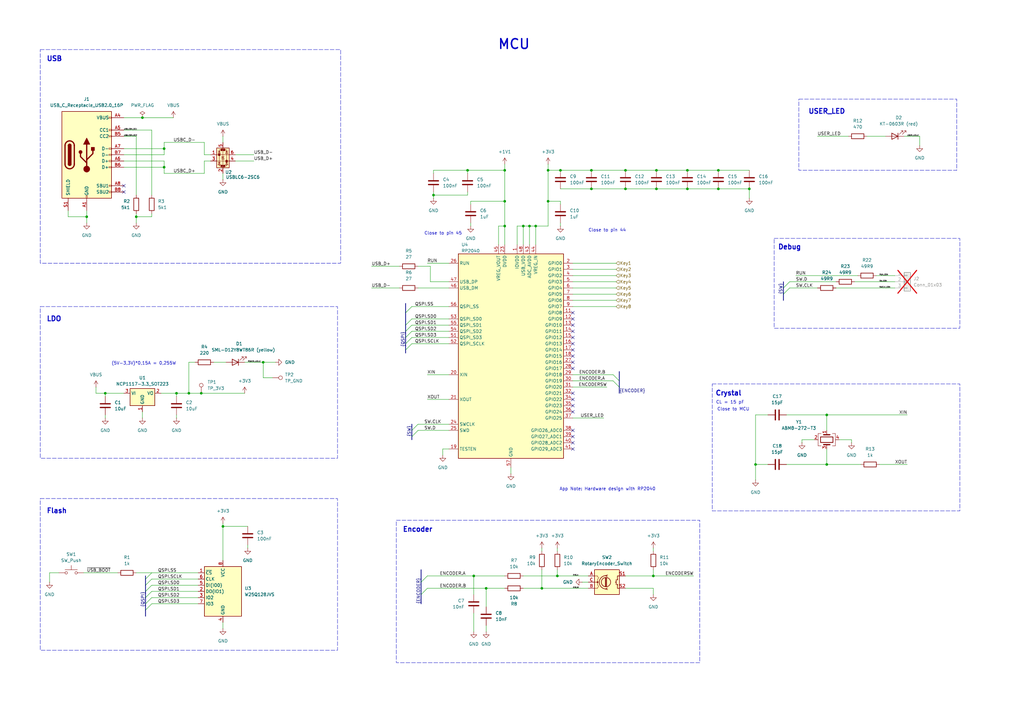
<source format=kicad_sch>
(kicad_sch (version 20231120) (generator "eeschema") (generator_version "8.0")
  (paper "A3")
  (title_block (title "RP2040") (date "2025-02-02") (rev "V1") (company "© 2024 Benjamin Hoppe") (comment 1 "RP2040 microcontroller implementation with USB-C, flash, power, and debug interfaces"))
  (bus_alias "ENCODER" (members "ENCODER.A" "ENCODER.B"))
  (bus_alias "QSPI" (members "QSPI.SS" "QSPI.SD0" "QSPI.SD1" "QSPI.SD2" "QSPI.SD3" "QSPI.SCLK"))
  (bus_alias "SW" (members "SW.CLK" "SW.D"))
  (junction (at 77.47 161.29))
  (junction (at 228.6 236.22))
  (junction (at 229.87 69.85))
  (junction (at 339.09 190.5))
  (junction (at 207.01 92.71))
  (junction (at 224.79 82.55))
  (junction (at 339.09 170.18))
  (junction (at 217.17 92.71))
  (junction (at 191.77 69.85))
  (junction (at 43.18 161.29))
  (junction (at 242.57 77.47))
  (junction (at 294.64 77.47))
  (junction (at 207.01 82.55))
  (junction (at 55.88 88.9))
  (junction (at 107.95 148.59))
  (junction (at 242.57 69.85))
  (junction (at 267.97 236.22))
  (junction (at 35.56 88.9))
  (junction (at 72.39 161.29))
  (junction (at 82.55 161.29))
  (junction (at 256.54 77.47))
  (junction (at 219.71 92.71))
  (junction (at 256.54 69.85))
  (junction (at 269.24 77.47))
  (junction (at 269.24 69.85))
  (junction (at 294.64 69.85))
  (junction (at 281.94 69.85))
  (junction (at 67.31 60.96))
  (junction (at 58.42 48.26))
  (junction (at 91.44 215.9))
  (junction (at 307.34 77.47))
  (junction (at 194.31 236.22))
  (junction (at 224.79 69.85))
  (junction (at 281.94 77.47))
  (junction (at 207.01 69.85))
  (junction (at 309.88 190.5))
  (junction (at 199.39 241.3))
  (junction (at 67.31 68.58))
  (junction (at 177.8 80.01))
  (junction (at 214.63 92.71))
  (junction (at 222.25 241.3))
  (no_connect (at 234.95 151.13))
  (no_connect (at 234.95 135.89))
  (no_connect (at 234.95 146.05))
  (no_connect (at 234.95 148.59))
  (no_connect (at 234.95 163.83))
  (no_connect (at 234.95 130.81))
  (no_connect (at 234.95 181.61))
  (no_connect (at 50.8 78.74))
  (no_connect (at 234.95 143.51))
  (no_connect (at 234.95 140.97))
  (no_connect (at 234.95 179.07))
  (no_connect (at 234.95 138.43))
  (no_connect (at 234.95 128.27))
  (no_connect (at 234.95 168.91))
  (no_connect (at 234.95 133.35))
  (no_connect (at 234.95 176.53))
  (no_connect (at 234.95 166.37))
  (no_connect (at 50.8 76.2))
  (no_connect (at 234.95 184.15))
  (no_connect (at 234.95 161.29))
  (bus_entry (at 59.69 240.03) (size 2.54 -2.54))
  (bus_entry (at 59.69 245.11) (size 2.54 -2.54))
  (bus_entry (at 254 156.21) (size -2.54 -2.54))
  (bus_entry (at 59.69 237.49) (size 2.54 -2.54))
  (bus_entry (at 166.37 135.89) (size 2.54 -2.54))
  (bus_entry (at 168.91 140.97) (size -2.54 2.54))
  (bus_entry (at 172.72 238.76) (size 2.54 -2.54))
  (bus_entry (at 59.69 242.57) (size 2.54 -2.54))
  (bus_entry (at 166.37 133.35) (size 2.54 -2.54))
  (bus_entry (at 168.91 176.53) (size 2.54 -2.54))
  (bus_entry (at 168.91 179.07) (size 2.54 -2.54))
  (bus_entry (at 166.37 128.27) (size 2.54 -2.54))
  (bus_entry (at 59.69 247.65) (size 2.54 -2.54))
  (bus_entry (at 254 158.75) (size -2.54 -2.54))
  (bus_entry (at 321.31 118.11) (size 2.54 -2.54))
  (bus_entry (at 166.37 140.97) (size 2.54 -2.54))
  (bus_entry (at 166.37 138.43) (size 2.54 -2.54))
  (bus_entry (at 59.69 250.19) (size 2.54 -2.54))
  (bus_entry (at 172.72 243.84) (size 2.54 -2.54))
  (bus_entry (at 321.31 120.65) (size 2.54 -2.54))
  (wire (pts (xy 234.95 158.75) (xy 248.92 158.75)))
  (wire (pts (xy 281.94 69.85) (xy 294.64 69.85)))
  (bus (pts (xy 59.69 245.11) (xy 59.69 247.65)))
  (wire (pts (xy 20.32 234.95) (xy 20.32 238.76)))
  (wire (pts (xy 228.6 233.68) (xy 228.6 236.22)))
  (wire (pts (xy 307.34 77.47) (xy 307.34 81.28)))
  (bus (pts (xy 166.37 138.43) (xy 166.37 140.97)))
  (wire (pts (xy 222.25 241.3) (xy 241.3 241.3)))
  (wire (pts (xy 67.31 71.12) (xy 83.82 71.12)))
  (wire (pts (xy 229.87 83.82) (xy 229.87 82.55)))
  (wire (pts (xy 34.29 234.95) (xy 48.26 234.95)))
  (wire (pts (xy 55.88 88.9) (xy 62.23 88.9)))
  (wire (pts (xy 77.47 148.59) (xy 77.47 161.29)))
  (wire (pts (xy 177.8 80.01) (xy 177.8 81.28)))
  (wire (pts (xy 323.85 115.57) (xy 342.9 115.57)))
  (wire (pts (xy 234.95 110.49) (xy 252.73 110.49)))
  (wire (pts (xy 256.54 241.3) (xy 267.97 241.3)))
  (wire (pts (xy 326.39 113.03) (xy 351.79 113.03)))
  (wire (pts (xy 234.95 125.73) (xy 252.73 125.73)))
  (bus (pts (xy 166.37 133.35) (xy 166.37 135.89)))
  (wire (pts (xy 67.31 66.04) (xy 67.31 68.58)))
  (wire (pts (xy 207.01 69.85) (xy 207.01 82.55)))
  (wire (pts (xy 168.91 135.89) (xy 184.15 135.89)))
  (wire (pts (xy 269.24 77.47) (xy 281.94 77.47)))
  (wire (pts (xy 55.88 234.95) (xy 62.23 234.95)))
  (wire (pts (xy 222.25 233.68) (xy 222.25 241.3)))
  (bus (pts (xy 168.91 179.07) (xy 168.91 180.34)))
  (wire (pts (xy 234.95 120.65) (xy 252.73 120.65)))
  (wire (pts (xy 50.8 63.5) (xy 67.31 63.5)))
  (bus (pts (xy 166.37 143.51) (xy 166.37 144.78)))
  (bus (pts (xy 166.37 135.89) (xy 166.37 138.43)))
  (bus (pts (xy 168.91 173.99) (xy 168.91 176.53)))
  (wire (pts (xy 219.71 92.71) (xy 217.17 92.71)))
  (bus (pts (xy 166.37 124.46) (xy 166.37 128.27)))
  (wire (pts (xy 62.23 237.49) (xy 81.28 237.49)))
  (wire (pts (xy 234.95 153.67) (xy 251.46 153.67)))
  (wire (pts (xy 177.8 69.85) (xy 191.77 69.85)))
  (wire (pts (xy 43.18 170.18) (xy 43.18 171.45)))
  (bus (pts (xy 166.37 140.97) (xy 166.37 143.51)))
  (wire (pts (xy 62.23 240.03) (xy 81.28 240.03)))
  (wire (pts (xy 91.44 214.63) (xy 91.44 215.9)))
  (wire (pts (xy 67.31 71.12) (xy 67.31 68.58)))
  (wire (pts (xy 294.64 77.47) (xy 307.34 77.47)))
  (wire (pts (xy 229.87 69.85) (xy 242.57 69.85)))
  (wire (pts (xy 194.31 236.22) (xy 207.01 236.22)))
  (wire (pts (xy 323.85 118.11) (xy 335.28 118.11)))
  (wire (pts (xy 214.63 241.3) (xy 222.25 241.3)))
  (bus (pts (xy 254 156.21) (xy 254 158.75)))
  (wire (pts (xy 335.28 55.88) (xy 347.98 55.88)))
  (wire (pts (xy 359.41 113.03) (xy 367.03 113.03)))
  (wire (pts (xy 50.8 53.34) (xy 62.23 53.34)))
  (wire (pts (xy 50.8 60.96) (xy 67.31 60.96)))
  (bus (pts (xy 59.69 236.22) (xy 59.69 237.49)))
  (wire (pts (xy 204.47 92.71) (xy 204.47 100.33)))
  (wire (pts (xy 171.45 109.22) (xy 176.53 109.22)))
  (wire (pts (xy 176.53 109.22) (xy 176.53 115.57)))
  (wire (pts (xy 328.93 180.34) (xy 328.93 181.61)))
  (wire (pts (xy 229.87 77.47) (xy 242.57 77.47)))
  (wire (pts (xy 62.23 87.63) (xy 62.23 88.9)))
  (bus (pts (xy 166.37 128.27) (xy 166.37 133.35)))
  (bus (pts (xy 59.69 247.65) (xy 59.69 250.19)))
  (wire (pts (xy 314.96 170.18) (xy 309.88 170.18)))
  (wire (pts (xy 168.91 133.35) (xy 184.15 133.35)))
  (wire (pts (xy 175.26 236.22) (xy 194.31 236.22)))
  (wire (pts (xy 204.47 92.71) (xy 207.01 92.71)))
  (wire (pts (xy 72.39 170.18) (xy 72.39 171.45)))
  (wire (pts (xy 35.56 88.9) (xy 35.56 91.44)))
  (wire (pts (xy 234.95 118.11) (xy 252.73 118.11)))
  (wire (pts (xy 107.95 148.59) (xy 107.95 154.94)))
  (wire (pts (xy 168.91 138.43) (xy 184.15 138.43)))
  (wire (pts (xy 234.95 156.21) (xy 251.46 156.21)))
  (wire (pts (xy 267.97 224.79) (xy 267.97 226.06)))
  (bus (pts (xy 59.69 240.03) (xy 59.69 242.57)))
  (wire (pts (xy 96.52 66.04) (xy 104.14 66.04)))
  (wire (pts (xy 107.95 154.94) (xy 111.76 154.94)))
  (wire (pts (xy 234.95 113.03) (xy 252.73 113.03)))
  (wire (pts (xy 194.31 251.46) (xy 194.31 259.08)))
  (wire (pts (xy 152.4 118.11) (xy 163.83 118.11)))
  (wire (pts (xy 50.8 66.04) (xy 67.31 66.04)))
  (wire (pts (xy 20.32 234.95) (xy 24.13 234.95)))
  (wire (pts (xy 349.25 180.34) (xy 349.25 181.61)))
  (wire (pts (xy 234.95 107.95) (xy 252.73 107.95)))
  (wire (pts (xy 163.83 109.22) (xy 152.4 109.22)))
  (wire (pts (xy 82.55 161.29) (xy 100.33 161.29)))
  (wire (pts (xy 229.87 91.44) (xy 229.87 92.71)))
  (wire (pts (xy 193.04 82.55) (xy 207.01 82.55)))
  (wire (pts (xy 267.97 241.3) (xy 267.97 243.84)))
  (wire (pts (xy 294.64 69.85) (xy 307.34 69.85)))
  (wire (pts (xy 193.04 83.82) (xy 193.04 82.55)))
  (bus (pts (xy 59.69 237.49) (xy 59.69 240.03)))
  (wire (pts (xy 199.39 241.3) (xy 199.39 248.92)))
  (wire (pts (xy 191.77 69.85) (xy 191.77 71.12)))
  (wire (pts (xy 334.01 180.34) (xy 328.93 180.34)))
  (wire (pts (xy 171.45 176.53) (xy 184.15 176.53)))
  (wire (pts (xy 256.54 77.47) (xy 269.24 77.47)))
  (wire (pts (xy 342.9 118.11) (xy 367.03 118.11)))
  (wire (pts (xy 39.37 158.75) (xy 39.37 161.29)))
  (wire (pts (xy 217.17 100.33) (xy 217.17 92.71)))
  (wire (pts (xy 241.3 236.22) (xy 228.6 236.22)))
  (wire (pts (xy 168.91 140.97) (xy 184.15 140.97)))
  (wire (pts (xy 62.23 234.95) (xy 81.28 234.95)))
  (wire (pts (xy 355.6 55.88) (xy 363.22 55.88)))
  (wire (pts (xy 58.42 48.26) (xy 71.12 48.26)))
  (wire (pts (xy 344.17 180.34) (xy 349.25 180.34)))
  (wire (pts (xy 207.01 241.3) (xy 199.39 241.3)))
  (wire (pts (xy 372.11 170.18) (xy 339.09 170.18)))
  (wire (pts (xy 83.82 66.04) (xy 83.82 71.12)))
  (wire (pts (xy 50.8 68.58) (xy 67.31 68.58)))
  (wire (pts (xy 207.01 100.33) (xy 207.01 92.71)))
  (wire (pts (xy 217.17 92.71) (xy 214.63 92.71)))
  (wire (pts (xy 224.79 67.31) (xy 224.79 69.85)))
  (wire (pts (xy 101.6 223.52) (xy 101.6 224.79)))
  (wire (pts (xy 67.31 58.42) (xy 67.31 60.96)))
  (wire (pts (xy 207.01 67.31) (xy 207.01 69.85)))
  (wire (pts (xy 228.6 224.79) (xy 228.6 226.06)))
  (wire (pts (xy 339.09 170.18) (xy 339.09 176.53)))
  (wire (pts (xy 177.8 80.01) (xy 191.77 80.01)))
  (bus (pts (xy 168.91 176.53) (xy 168.91 179.07)))
  (wire (pts (xy 83.82 58.42) (xy 83.82 63.5)))
  (wire (pts (xy 199.39 256.54) (xy 199.39 259.08)))
  (wire (pts (xy 194.31 236.22) (xy 194.31 243.84)))
  (wire (pts (xy 229.87 82.55) (xy 224.79 82.55)))
  (wire (pts (xy 269.24 69.85) (xy 281.94 69.85)))
  (wire (pts (xy 72.39 162.56) (xy 72.39 161.29)))
  (wire (pts (xy 309.88 190.5) (xy 309.88 196.85)))
  (wire (pts (xy 43.18 161.29) (xy 43.18 162.56)))
  (wire (pts (xy 191.77 80.01) (xy 191.77 78.74)))
  (wire (pts (xy 27.94 86.36) (xy 27.94 88.9)))
  (wire (pts (xy 234.95 171.45) (xy 247.65 171.45)))
  (wire (pts (xy 91.44 255.27) (xy 91.44 257.81)))
  (wire (pts (xy 212.09 92.71) (xy 214.63 92.71)))
  (wire (pts (xy 224.79 82.55) (xy 224.79 92.71)))
  (bus (pts (xy 172.72 243.84) (xy 172.72 247.65)))
  (wire (pts (xy 242.57 77.47) (xy 256.54 77.47)))
  (wire (pts (xy 191.77 69.85) (xy 207.01 69.85)))
  (wire (pts (xy 50.8 48.26) (xy 58.42 48.26)))
  (bus (pts (xy 254 158.75) (xy 254 161.29)))
  (wire (pts (xy 256.54 236.22) (xy 267.97 236.22)))
  (wire (pts (xy 87.63 148.59) (xy 92.71 148.59)))
  (wire (pts (xy 339.09 190.5) (xy 339.09 184.15)))
  (bus (pts (xy 59.69 242.57) (xy 59.69 245.11)))
  (bus (pts (xy 321.31 118.11) (xy 321.31 120.65)))
  (wire (pts (xy 377.19 55.88) (xy 377.19 59.69)))
  (wire (pts (xy 86.36 66.04) (xy 83.82 66.04)))
  (wire (pts (xy 309.88 190.5) (xy 314.96 190.5)))
  (wire (pts (xy 372.11 190.5) (xy 360.68 190.5)))
  (wire (pts (xy 35.56 86.36) (xy 35.56 88.9)))
  (wire (pts (xy 175.26 153.67) (xy 184.15 153.67)))
  (bus (pts (xy 172.72 233.68) (xy 172.72 238.76)))
  (wire (pts (xy 168.91 130.81) (xy 184.15 130.81)))
  (wire (pts (xy 350.52 115.57) (xy 367.03 115.57)))
  (wire (pts (xy 219.71 92.71) (xy 224.79 92.71)))
  (bus (pts (xy 254 152.4) (xy 254 156.21)))
  (wire (pts (xy 214.63 236.22) (xy 228.6 236.22)))
  (wire (pts (xy 242.57 69.85) (xy 256.54 69.85)))
  (wire (pts (xy 370.84 55.88) (xy 377.19 55.88)))
  (wire (pts (xy 171.45 118.11) (xy 184.15 118.11)))
  (wire (pts (xy 77.47 161.29) (xy 82.55 161.29)))
  (wire (pts (xy 91.44 73.66) (xy 91.44 71.12)))
  (wire (pts (xy 309.88 170.18) (xy 309.88 190.5)))
  (wire (pts (xy 55.88 55.88) (xy 55.88 80.01)))
  (wire (pts (xy 43.18 161.29) (xy 50.8 161.29)))
  (wire (pts (xy 176.53 115.57) (xy 184.15 115.57)))
  (wire (pts (xy 177.8 80.01) (xy 177.8 78.74)))
  (wire (pts (xy 80.01 148.59) (xy 77.47 148.59)))
  (wire (pts (xy 83.82 63.5) (xy 86.36 63.5)))
  (wire (pts (xy 67.31 58.42) (xy 83.82 58.42)))
  (wire (pts (xy 212.09 92.71) (xy 212.09 100.33)))
  (wire (pts (xy 181.61 184.15) (xy 184.15 184.15)))
  (wire (pts (xy 175.26 241.3) (xy 199.39 241.3)))
  (wire (pts (xy 58.42 168.91) (xy 58.42 171.45)))
  (wire (pts (xy 43.18 161.29) (xy 39.37 161.29)))
  (bus (pts (xy 172.72 238.76) (xy 172.72 243.84)))
  (wire (pts (xy 96.52 63.5) (xy 104.14 63.5)))
  (wire (pts (xy 107.95 148.59) (xy 113.03 148.59)))
  (wire (pts (xy 62.23 247.65) (xy 81.28 247.65)))
  (wire (pts (xy 209.55 191.77) (xy 209.55 194.31)))
  (wire (pts (xy 55.88 88.9) (xy 55.88 91.44)))
  (wire (pts (xy 267.97 236.22) (xy 284.48 236.22)))
  (wire (pts (xy 100.33 148.59) (xy 107.95 148.59)))
  (bus (pts (xy 321.31 120.65) (xy 321.31 123.19)))
  (wire (pts (xy 62.23 53.34) (xy 62.23 80.01)))
  (wire (pts (xy 66.04 161.29) (xy 72.39 161.29)))
  (wire (pts (xy 219.71 100.33) (xy 219.71 92.71)))
  (wire (pts (xy 72.39 161.29) (xy 77.47 161.29)))
  (wire (pts (xy 234.95 123.19) (xy 252.73 123.19)))
  (wire (pts (xy 50.8 55.88) (xy 55.88 55.88)))
  (wire (pts (xy 175.26 107.95) (xy 184.15 107.95)))
  (wire (pts (xy 62.23 242.57) (xy 81.28 242.57)))
  (wire (pts (xy 207.01 82.55) (xy 207.01 92.71)))
  (bus (pts (xy 321.31 115.57) (xy 321.31 118.11)))
  (bus (pts (xy 59.69 250.19) (xy 59.69 252.73)))
  (wire (pts (xy 91.44 215.9) (xy 91.44 229.87)))
  (wire (pts (xy 224.79 69.85) (xy 229.87 69.85)))
  (wire (pts (xy 281.94 77.47) (xy 294.64 77.47)))
  (wire (pts (xy 267.97 233.68) (xy 267.97 236.22)))
  (wire (pts (xy 256.54 69.85) (xy 269.24 69.85)))
  (wire (pts (xy 181.61 184.15) (xy 181.61 186.69)))
  (wire (pts (xy 238.76 238.76) (xy 241.3 238.76)))
  (wire (pts (xy 214.63 100.33) (xy 214.63 92.71)))
  (wire (pts (xy 62.23 245.11) (xy 81.28 245.11)))
  (wire (pts (xy 55.88 87.63) (xy 55.88 88.9)))
  (wire (pts (xy 171.45 173.99) (xy 184.15 173.99)))
  (wire (pts (xy 91.44 55.88) (xy 91.44 58.42)))
  (wire (pts (xy 193.04 91.44) (xy 193.04 92.71)))
  (wire (pts (xy 224.79 69.85) (xy 224.79 82.55)))
  (wire (pts (xy 177.8 71.12) (xy 177.8 69.85)))
  (wire (pts (xy 222.25 224.79) (xy 222.25 226.06)))
  (wire (pts (xy 67.31 60.96) (xy 67.31 63.5)))
  (wire (pts (xy 339.09 190.5) (xy 322.58 190.5)))
  (wire (pts (xy 27.94 88.9) (xy 35.56 88.9)))
  (wire (pts (xy 339.09 170.18) (xy 322.58 170.18)))
  (wire (pts (xy 168.91 125.73) (xy 184.15 125.73)))
  (wire (pts (xy 353.06 190.5) (xy 339.09 190.5)))
  (wire (pts (xy 91.44 215.9) (xy 101.6 215.9)))
  (wire (pts (xy 234.95 115.57) (xy 252.73 115.57)))
  (wire (pts (xy 175.26 163.83) (xy 184.15 163.83)))
  (rectangle (start 292.1 157.48) (end 393.7 209.55) (stroke (width 0) (type dash)))
  (rectangle (start 327.66 40.64) (end 392.43 69.85) (stroke (width 0) (type dash)))
  (rectangle (start 16.51 204.47) (end 138.43 266.7) (stroke (width 0) (type dash)))
  (rectangle (start 162.56 213.36) (end 287.02 271.78) (stroke (width 0) (type dash)))
  (rectangle (start 317.5 97.79) (end 393.7 134.62) (stroke (width 0) (type dash)))
  (rectangle (start 16.51 20.32) (end 139.7 107.95) (stroke (width 0) (type dash)))
  (rectangle (start 16.51 125.73) (end 138.43 187.96) (stroke (width 0) (type dash)))
  (text "Close to pin 45" (at 173.99 96.52 0) (effects (font (size 1.27 1.27)) (justify left bottom)))
  (text "LDO" (at 19.05 132.08 0) (effects (font (size 2 2) (thickness 0.4) (bold yes)) (justify left bottom)))
  (text "Close to MCU" (at 294.132 168.656 0) (effects (font (size 1.27 1.27)) (justify left bottom)))
  (text "Debug" (at 319.024 102.616 0) (effects (font (size 2 2) (thickness 0.4) (bold yes)) (justify left bottom)))
  (text "Encoder" (at 165.1 218.44 0) (effects (font (size 2 2) (thickness 0.4) (bold yes)) (justify left bottom)))
  (text "App Note: Hardware design with RP2040" (at 249.174 200.66 0) (effects (font (size 1.27 1.27))))
  (text "USB" (at 19.05 25.4 0) (effects (font (size 2 2) (thickness 0.4) (bold yes)) (justify left bottom)))
  (text "MCU" (at 210.82 18.288 0) (effects (font (size 4 4) (thickness 0.6) (bold yes))))
  (text "CL = 15 pF" (at 299.466 165.1 0) (effects (font (size 1.27 1.27))))
  (text "Crystal" (at 293.37 162.56 0) (effects (font (size 2 2) (thickness 0.4) (bold yes)) (justify left bottom)))
  (text "Flash" (at 19.05 210.82 0) (effects (font (size 2 2) (thickness 0.4) (bold yes)) (justify left bottom)))
  (text "(5V-3,3V)*0,15A = 0,255W" (at 45.72 149.86 0) (effects (font (size 1.27 1.27)) (justify left bottom)))
  (text "USER_LED" (at 331.47 46.99 0) (effects (font (size 2 2) (thickness 0.4) (bold yes)) (justify left bottom)))
  (text "Close to pin 44" (at 241.3 95.25 0) (effects (font (size 1.27 1.27)) (justify left bottom)))
  (label "USB_D+" (at 104.14 66.04 0))
  (label "USBC_D-" (at 71.12 58.42 0))
  (label "QSPI.SD3" (at 64.77 247.65 0))
  (label "XOUT" (at 372.11 190.5 180))
  (label "SW_CON" (at 360.68 115.57 0) (effects (font (size 0.5 0.5))))
  (label "USB_D+" (at 152.4 109.22 0))
  (label "RUN" (at 326.39 113.03 0))
  (label "QSPI.SCLK" (at 64.77 237.49 0))
  (label "SW.D" (at 173.99 176.53 0))
  (label "{SW}" (at 321.31 120.65 90))
  (label "QSPI.SD0" (at 170.18 130.81 0))
  (label "RUN_CON" (at 360.68 113.03 0) (effects (font (size 0.5 0.5))))
  (label "RUN" (at 175.26 107.95 0))
  (label "ENC.B" (at 234.95 241.3 0) (effects (font (size 0.5 0.5))))
  (label "SW.D" (at 326.39 115.57 0))
  (label "USB_CON_CC2" (at 50.8 55.88 0) (effects (font (size 0.5 0.5))))
  (label "USER_LED" (at 247.65 171.45 180))
  (label "{SW}" (at 168.91 179.07 90))
  (label "QSPI.SD1" (at 64.77 242.57 0))
  (label "QSPI.SCLK" (at 170.18 140.97 0))
  (label "USBC_D+" (at 71.12 71.12 0))
  (label "USER_LED_C" (at 372.11 55.88 0) (effects (font (size 0.5 0.5))))
  (label "QSPI.SS" (at 64.77 234.95 0))
  (label "ENCODER.A" (at 180.34 236.22 0))
  (label "ENCODERSW" (at 284.48 236.22 180))
  (label "SW.CLK" (at 173.99 173.99 0))
  (label "~{USB_BOOT}" (at 35.56 234.95 0))
  (label "{ENCODER}" (at 254 161.29 0))
  (label "QSPI.SD0" (at 64.77 240.03 0))
  (label "QSPI.SD3" (at 170.18 138.43 0))
  (label "USB_D-" (at 152.4 118.11 0))
  (label "SWCLK_CON" (at 360.68 118.11 0) (effects (font (size 0.5 0.5))))
  (label "{QSPI}" (at 59.69 248.92 90))
  (label "ENCODER.B" (at 237.49 153.67 0))
  (label "XIN" (at 175.26 153.67 0))
  (label "QSPI.SS" (at 170.18 125.73 0))
  (label "QSPI.SD2" (at 64.77 245.11 0))
  (label "QSPI.SD2" (at 170.18 135.89 0))
  (label "USER_LED" (at 335.28 55.88 0))
  (label "ENCODERSW" (at 248.92 158.75 180))
  (label "{ENCODER}" (at 172.72 247.65 90))
  (label "XOUT" (at 175.26 163.83 0))
  (label "{QSPI}" (at 166.37 142.24 90))
  (label "SW.CLK" (at 326.39 118.11 0))
  (label "ENCODER.A" (at 237.49 156.21 0))
  (label "USB_D-" (at 104.14 63.5 0))
  (label "ENCODER.B" (at 180.34 241.3 0))
  (label "POWER_LED_C" (at 101.6 148.59 0) (effects (font (size 0.5 0.5))))
  (label "XIN" (at 372.11 170.18 180))
  (label "USB_CON_CC1" (at 50.8 53.34 0) (effects (font (size 0.5 0.5))))
  (label "QSPI.SD1" (at 170.18 133.35 0))
  (label "ENC.A" (at 234.95 236.22 0) (effects (font (size 0.5 0.5))))
  (hierarchical_label "Key7" (shape input) (at 252.73 123.19 0))
  (hierarchical_label "Key8" (shape input) (at 252.73 125.73 0))
  (hierarchical_label "Key1" (shape input) (at 252.73 107.95 0))
  (hierarchical_label "Key2" (shape input) (at 252.73 110.49 0))
  (hierarchical_label "Key5" (shape input) (at 252.73 118.11 0))
  (hierarchical_label "Key4" (shape input) (at 252.73 115.57 0))
  (hierarchical_label "Key6" (shape input) (at 252.73 120.65 0))
  (hierarchical_label "Key3" (shape input) (at 252.73 113.03 0))
  (symbol (lib_id "Device:R") (at 228.6 229.87 0) (unit 1)
    (property "Reference" "R10" (at 231.14 228.6 0) (effects (justify left)))
    (property "Value" "10k" (at 231.14 231.14 0) (effects (justify left)))
    (property "Footprint" "Resistor_SMD:R_0805_2012Metric" (effects (hide yes)))
    (property "Description" "Resistor" (effects (hide yes)))
  )
  (symbol (lib_id "Device:R") (at 52.07 234.95 90) (unit 1)
    (property "Reference" "R1" (at 52.07 228.6 90))
    (property "Value" "1k" (at 52.07 231.14 90))
    (property "Footprint" "Resistor_SMD:R_1206_3216Metric" (effects (hide yes)))
    (property "Description" "Resistor" (effects (hide yes)))
  )
  (symbol (lib_id "power:+3V3") (at 267.97 224.79 0) (unit 1)
    (property "Reference" "#PWR028" (effects (hide yes)))
    (property "Value" "+3V3" (at 267.97 219.71 0))
    (property "Description" "Power symbol creates a global label with name \"+3V3\"" (effects (hide yes)))
  )
  (symbol (lib_id "Device:R") (at 222.25 229.87 0) (mirror y) (unit 1)
    (property "Reference" "R9" (at 219.71 228.6 0) (effects (justify left)))
    (property "Value" "10k" (at 219.71 231.14 0) (effects (justify left)))
    (property "Footprint" "Resistor_SMD:R_0805_2012Metric" (effects (hide yes)))
    (property "Description" "Resistor" (effects (hide yes)))
  )
  (symbol (lib_id "power:+3V3") (at 100.33 161.29 0) (unit 1)
    (property "Reference" "#PWR012" (effects (hide yes)))
    (property "Value" "+3V3" (at 100.33 156.21 0))
    (property "Description" "Power symbol creates a global label with name \"+3V3\"" (effects (hide yes)))
  )
  (symbol (lib_id "Device:C") (at 281.94 73.66 0) (unit 1)
    (property "Reference" "C14" (at 285.75 72.3899 0) (effects (justify left)))
    (property "Value" "100nF" (at 285.75 74.9299 0) (effects (justify left)))
    (property "Footprint" "Capacitor_SMD:C_0402_1005Metric" (effects (hide yes)))
    (property "Description" "Unpolarized capacitor" (effects (hide yes)))
  )
  (symbol (lib_id "Device:R") (at 339.09 118.11 90) (unit 1)
    (property "Reference" "R24" (at 339.09 111.76 90))
    (property "Value" "49R9" (at 339.09 114.3 90))
    (property "Footprint" "Resistor_SMD:R_0402_1005Metric" (effects (hide yes)))
    (property "Description" "Resistor" (effects (hide yes)))
  )
  (symbol (lib_id "Device:C") (at 318.77 190.5 270) (mirror x) (unit 1)
    (property "Reference" "C18" (at 318.77 182.88 90))
    (property "Value" "15pF" (at 318.77 185.42 90))
    (property "Footprint" "Capacitor_SMD:C_0603_1608Metric" (effects (hide yes)))
    (property "Description" "Unpolarized capacitor" (effects (hide yes)))
  )
  (symbol (lib_id "Device:R") (at 267.97 229.87 0) (unit 1)
    (property "Reference" "R11" (at 270.51 228.6 0) (effects (justify left)))
    (property "Value" "10k" (at 270.51 231.14 0) (effects (justify left)))
    (property "Footprint" "Resistor_SMD:R_0805_2012Metric" (effects (hide yes)))
    (property "Description" "Resistor" (effects (hide yes)))
  )
  (symbol (lib_id "Device:C") (at 229.87 87.63 0) (unit 1)
    (property "Reference" "C10" (at 233.68 86.3599 0) (effects (justify left)))
    (property "Value" "1uF" (at 233.68 88.8999 0) (effects (justify left)))
    (property "Footprint" "Capacitor_SMD:C_0603_1608Metric" (effects (hide yes)))
    (property "Description" "Unpolarized capacitor" (effects (hide yes)))
  )
  (symbol (lib_id "Device:C") (at 229.87 73.66 0) (unit 1)
    (property "Reference" "C9" (at 233.68 72.3899 0) (effects (justify left)))
    (property "Value" "100nF" (at 233.68 74.9299 0) (effects (justify left)))
    (property "Footprint" "Capacitor_SMD:C_0402_1005Metric" (effects (hide yes)))
    (property "Description" "Unpolarized capacitor" (effects (hide yes)))
  )
  (symbol (lib_id "power:GND") (at 181.61 186.69 0) (unit 1)
    (property "Reference" "#PWR017" (effects (hide yes)))
    (property "Value" "GND" (at 181.61 191.77 0))
    (property "Description" "Power symbol creates a global label with name \"GND\" , ground" (effects (hide yes)))
  )
  (symbol (lib_id "Device:R") (at 167.64 109.22 90) (unit 1)
    (property "Reference" "R5" (at 167.64 102.87 90))
    (property "Value" "27" (at 167.64 105.41 90))
    (property "Footprint" "Resistor_SMD:R_0603_1608Metric" (effects (hide yes)))
    (property "Description" "Resistor" (effects (hide yes)))
  )
  (symbol (lib_id "Regulator_Linear:NCP1117-3.3_SOT223") (at 58.42 161.29 0) (unit 1)
    (property "Reference" "U1" (at 58.42 154.94 0))
    (property "Value" "NCP1117-3.3_SOT223" (at 58.42 157.48 0))
    (property "Footprint" "Package_TO_SOT_SMD:SOT-223-3_TabPin2" (effects (hide yes)))
    (property "Datasheet" "http://www.onsemi.com/pub_link/Collateral/NCP1117-D.PDF" (effects (hide yes)))
    (property "Description" "1A Low drop-out regulator, Fixed Output 3.3V, SOT-223" (effects (hide yes)))
  )
  (symbol (lib_id "Connector:USB_C_Receptacle_USB2.0_16P") (at 35.56 63.5 0) (unit 1)
    (property "Reference" "J1" (at 35.56 40.64 0))
    (property "Value" "USB_C_Receptacle_USB2.0_16P" (at 35.56 43.18 0))
    (property "Footprint" "Connector_USB:USB_C_Receptacle_XKB_U262-16XN-4BVC11" (effects (hide yes)))
    (property "Datasheet" "https://www.usb.org/sites/default/files/documents/usb_type-c.zip" (effects (hide yes)))
    (property "Description" "USB 2.0-only 16P Type-C Receptacle connector" (effects (hide yes)))
  )
  (symbol (lib_id "power:GND") (at 20.32 238.76 0) (unit 1)
    (property "Reference" "#PWR01" (effects (hide yes)))
    (property "Value" "GND" (at 20.32 243.84 0))
    (property "Description" "Power symbol creates a global label with name \"GND\" , ground" (effects (hide yes)))
  )
  (symbol (lib_id "Power_Protection:USBLC6-2SC6") (at 91.44 63.5 0) (unit 1)
    (property "Reference" "U2" (at 93.726 70.612 0))
    (property "Value" "USBLC6-2SC6" (at 99.568 72.644 0))
    (property "Footprint" "Package_TO_SOT_SMD:SOT-23-6" (effects (hide yes)))
    (property "Datasheet" "https://www.st.com/resource/en/datasheet/usblc6-2.pdf" (effects (hide yes)))
    (property "Description" "Very low capacitance ESD protection diode, 2 data-line, SOT-23-6" (effects (hide yes)))
  )
  (symbol (lib_id "Device:C") (at 307.34 73.66 0) (unit 1)
    (property "Reference" "C16" (at 311.15 72.3899 0) (effects (justify left)))
    (property "Value" "100nF" (at 311.15 74.9299 0) (effects (justify left)))
    (property "Footprint" "Capacitor_SMD:C_0402_1005Metric" (effects (hide yes)))
    (property "Description" "Unpolarized capacitor" (effects (hide yes)))
  )
  (symbol (lib_id "Device:R") (at 356.87 190.5 90) (mirror x) (unit 1)
    (property "Reference" "R13" (at 356.87 184.15 90))
    (property "Value" "1k" (at 356.87 186.69 90))
    (property "Footprint" "Resistor_SMD:R_1206_3216Metric" (effects (hide yes)))
    (property "Description" "Resistor" (effects (hide yes)))
  )
  (symbol (lib_id "power:GND") (at 309.88 196.85 0) (mirror y) (unit 1)
    (property "Reference" "#PWR031" (effects (hide yes)))
    (property "Value" "GND" (at 309.88 201.93 0))
    (property "Description" "Power symbol creates a global label with name \"GND\" , ground" (effects (hide yes)))
  )
  (symbol (lib_id "Connector:TestPoint") (at 82.55 161.29 0) (unit 1)
    (property "Reference" "TP1" (at 85.09 156.7179 0) (effects (justify left)))
    (property "Value" "TP_3V3" (at 85.09 159.2579 0) (effects (justify left)))
    (property "Footprint" "TestPoint:TestPoint_Pad_D1.5mm" (effects (hide yes)))
    (property "Description" "test point" (effects (hide yes)))
  )
  (symbol (lib_id "power:GND") (at 229.87 92.71 0) (unit 1)
    (property "Reference" "#PWR026" (effects (hide yes)))
    (property "Value" "GND" (at 229.87 97.79 0))
    (property "Description" "Power symbol creates a global label with name \"GND\" , ground" (effects (hide yes)))
  )
  (symbol (lib_id "power:GND") (at 91.44 73.66 0) (unit 1)
    (property "Reference" "#PWR08" (effects (hide yes)))
    (property "Value" "GND" (at 91.44 78.74 0))
    (property "Description" "Power symbol creates a global label with name \"GND\" , ground" (effects (hide yes)))
  )
  (symbol (lib_id "power:GND") (at 194.31 259.08 0) (unit 1)
    (property "Reference" "#PWR019" (effects (hide yes)))
    (property "Value" "GND" (at 194.31 264.16 0))
    (property "Description" "Power symbol creates a global label with name \"GND\" , ground" (effects (hide yes)))
  )
  (symbol (lib_id "Device:R") (at 167.64 118.11 90) (unit 1)
    (property "Reference" "R6" (at 167.64 111.76 90))
    (property "Value" "27" (at 167.64 114.3 90))
    (property "Footprint" "Resistor_SMD:R_0603_1608Metric" (effects (hide yes)))
    (property "Description" "Resistor" (effects (hide yes)))
  )
  (symbol (lib_id "power:GND") (at 267.97 243.84 0) (unit 1)
    (property "Reference" "#PWR029" (effects (hide yes)))
    (property "Value" "GND" (at 267.97 248.92 0))
    (property "Description" "Power symbol creates a global label with name \"GND\" , ground" (effects (hide yes)))
  )
  (symbol (lib_id "Device:LED") (at 367.03 55.88 180) (unit 1)
    (property "Reference" "D2" (at 368.6175 48.26 0))
    (property "Value" "KT-0603R (red)" (at 368.6175 50.8 0))
    (property "Footprint" "LED_SMD:LED_0603_1608Metric" (effects (hide yes)))
    (property "Description" "Light emitting diode" (effects (hide yes)))
  )
  (symbol (lib_id "power:GND") (at 307.34 81.28 0) (unit 1)
    (property "Reference" "#PWR030" (effects (hide yes)))
    (property "Value" "GND" (at 307.34 86.36 0))
    (property "Description" "Power symbol creates a global label with name \"GND\" , ground" (effects (hide yes)))
  )
  (symbol (lib_id "Device:C") (at 191.77 74.93 0) (unit 1)
    (property "Reference" "C5" (at 195.58 73.6599 0) (effects (justify left)))
    (property "Value" "100nF" (at 195.58 76.1999 0) (effects (justify left)))
    (property "Footprint" "Capacitor_SMD:C_0402_1005Metric" (effects (hide yes)))
    (property "Description" "Unpolarized capacitor" (effects (hide yes)))
  )
  (symbol (lib_id "Device:R") (at 83.82 148.59 90) (unit 1)
    (property "Reference" "R4" (at 83.82 142.24 90))
    (property "Value" "220" (at 83.82 144.78 90))
    (property "Footprint" "Resistor_SMD:R_0402_1005Metric" (effects (hide yes)))
    (property "Description" "Resistor" (effects (hide yes)))
  )
  (symbol (lib_id "power:+3V3") (at 91.44 214.63 0) (unit 1)
    (property "Reference" "#PWR010" (effects (hide yes)))
    (property "Value" "+3V3" (at 91.44 209.55 0))
    (property "Description" "Power symbol creates a global label with name \"+3V3\"" (effects (hide yes)))
  )
  (symbol (lib_id "Memory_Flash:W25Q128JVS") (at 91.44 242.57 0) (unit 1)
    (property "Reference" "U3" (at 100.33 241.3 0) (effects (justify left)))
    (property "Value" "W25Q128JVS" (at 100.33 243.84 0) (effects (justify left)))
    (property "Footprint" "Package_SO:SOIC-8_5.23x5.23mm_P1.27mm" (effects (hide yes)))
    (property "Datasheet" "https://www.winbond.com/resource-files/w25q128jv_dtr%20revc%2003272018%20plus.pdf" (effects (hide yes)))
    (property "Description" "128Mb Serial Flash Memory, Standard/Dual/Quad SPI, SOIC-8" (effects (hide yes)))
  )
  (symbol (lib_id "power:GND") (at 238.76 238.76 270) (unit 1)
    (property "Reference" "#PWR027" (effects (hide yes)))
    (property "Value" "GND" (at 234.95 238.76 90) (effects (justify right)))
    (property "Description" "Power symbol creates a global label with name \"GND\" , ground" (effects (hide yes)))
  )
  (symbol (lib_id "Connector:TestPoint") (at 111.76 154.94 270) (unit 1)
    (property "Reference" "TP2" (at 116.84 153.6699 90) (effects (justify left)))
    (property "Value" "TP_GND" (at 116.84 156.2099 90) (effects (justify left)))
    (property "Footprint" "TestPoint:TestPoint_Pad_1.5x1.5mm" (effects (hide yes)))
    (property "Description" "test point" (effects (hide yes)))
  )
  (symbol (lib_id "power:+3V3") (at 224.79 67.31 0) (unit 1)
    (property "Reference" "#PWR024" (effects (hide yes)))
    (property "Value" "+3V3" (at 224.79 62.23 0))
    (property "Description" "Power symbol creates a global label with name \"+3V3\"" (effects (hide yes)))
  )
  (symbol (lib_id "Device:LED") (at 96.52 148.59 180) (unit 1)
    (property "Reference" "D1" (at 98.1075 140.97 0))
    (property "Value" "SML-D12Y8WT86R (yellow)" (at 99.822 143.51 0))
    (property "Footprint" "LED_SMD:LED_0603_1608Metric" (effects (hide yes)))
    (property "Description" "Light emitting diode" (effects (hide yes)))
  )
  (symbol (lib_id "Device:R") (at 210.82 236.22 90) (unit 1)
    (property "Reference" "R7" (at 210.82 229.87 90))
    (property "Value" "10k" (at 210.82 232.41 90))
    (property "Footprint" "Resistor_SMD:R_0805_2012Metric" (effects (hide yes)))
    (property "Description" "Resistor" (effects (hide yes)))
  )
  (symbol (lib_id "Device:R") (at 210.82 241.3 90) (mirror x) (unit 1)
    (property "Reference" "R8" (at 210.82 247.65 90))
    (property "Value" "10k" (at 210.82 245.11 90))
    (property "Footprint" "Resistor_SMD:R_0805_2012Metric" (effects (hide yes)))
    (property "Description" "Resistor" (effects (hide yes)))
  )
  (symbol (lib_id "Device:RotaryEncoder_Switch") (at 248.92 238.76 0) (unit 1)
    (property "Reference" "SW2" (at 248.92 228.6 0))
    (property "Value" "RotaryEncoder_Switch" (at 248.92 231.14 0))
    (property "Footprint" "Rotary_Encoder:RotaryEncoder_Alps_EC12E-Switch_Vertical_H20mm" (effects (hide yes)))
    (property "Description" "Rotary encoder, dual channel, incremental quadrate outputs, with switch" (effects (hide yes)))
  )
  (symbol (lib_id "power:GND") (at 43.18 171.45 0) (unit 1)
    (property "Reference" "#PWR04" (effects (hide yes)))
    (property "Value" "GND" (at 43.18 176.53 0))
    (property "Description" "Power symbol creates a global label with name \"GND\" , ground" (effects (hide yes)))
  )
  (symbol (lib_id "power:PWR_FLAG") (at 58.42 48.26 0) (unit 1)
    (property "Reference" "#FLG01" (effects (hide yes)))
    (property "Value" "PWR_FLAG" (at 58.42 43.18 0))
    (property "Description" "Special symbol for telling ERC where power comes from" (effects (hide yes)))
  )
  (symbol (lib_id "Device:C") (at 43.18 166.37 0) (unit 1)
    (property "Reference" "C1" (at 46.99 165.0999 0) (effects (justify left)))
    (property "Value" "10uF" (at 46.99 167.6399 0) (effects (justify left)))
    (property "Footprint" "Capacitor_SMD:C_0805_2012Metric" (effects (hide yes)))
    (property "Description" "Unpolarized capacitor" (effects (hide yes)))
  )
  (symbol (lib_id "Device:C") (at 177.8 74.93 0) (unit 1)
    (property "Reference" "C4" (at 181.61 73.6599 0) (effects (justify left)))
    (property "Value" "100nF" (at 181.61 76.1999 0) (effects (justify left)))
    (property "Footprint" "Capacitor_SMD:C_0402_1005Metric" (effects (hide yes)))
    (property "Description" "Unpolarized capacitor" (effects (hide yes)))
  )
  (symbol (lib_id "power:+3V3") (at 222.25 224.79 0) (unit 1)
    (property "Reference" "#PWR023" (effects (hide yes)))
    (property "Value" "+3V3" (at 222.25 219.71 0))
    (property "Description" "Power symbol creates a global label with name \"+3V3\"" (effects (hide yes)))
  )
  (symbol (lib_id "Device:C") (at 318.77 170.18 270) (mirror x) (unit 1)
    (property "Reference" "C17" (at 318.77 162.56 90))
    (property "Value" "15pF" (at 318.77 165.1 90))
    (property "Footprint" "Capacitor_SMD:C_0603_1608Metric" (effects (hide yes)))
    (property "Description" "Unpolarized capacitor" (effects (hide yes)))
  )
  (symbol (lib_id "power:GND") (at 113.03 148.59 90) (unit 1)
    (property "Reference" "#PWR015" (effects (hide yes)))
    (property "Value" "GND" (at 116.84 148.5899 90) (effects (justify right)))
    (property "Description" "Power symbol creates a global label with name \"GND\" , ground" (effects (hide yes)))
  )
  (symbol (lib_id "power:GND") (at 91.44 257.81 0) (unit 1)
    (property "Reference" "#PWR011" (effects (hide yes)))
    (property "Value" "GND" (at 91.44 262.89 0))
    (property "Description" "Power symbol creates a global label with name \"GND\" , ground" (effects (hide yes)))
  )
  (symbol (lib_id "MCU_RaspberryPi:RP2040") (at 209.55 146.05 0) (unit 1)
    (property "Reference" "U4" (at 189.23 100.33 0) (effects (justify left)))
    (property "Value" "RP2040" (at 189.23 102.87 0) (effects (justify left)))
    (property "Footprint" "Package_DFN_QFN:QFN-56-1EP_7x7mm_P0.4mm_EP3.2x3.2mm" (effects (hide yes)))
    (property "Datasheet" "https://datasheets.raspberrypi.com/rp2040/rp2040-datasheet.pdf" (effects (hide yes)))
    (property "Description" "A microcontroller by Raspberry Pi" (effects (hide yes)))
  )
  (symbol (lib_id "Device:R") (at 351.79 55.88 90) (unit 1)
    (property "Reference" "R12" (at 351.79 49.53 90))
    (property "Value" "470" (at 351.79 52.07 90))
    (property "Footprint" "Resistor_SMD:R_0402_1005Metric" (effects (hide yes)))
    (property "Description" "Resistor" (effects (hide yes)))
  )
  (symbol (lib_id "power:GND") (at 55.88 91.44 0) (unit 1)
    (property "Reference" "#PWR05" (effects (hide yes)))
    (property "Value" "GND" (at 55.88 96.52 0))
    (property "Description" "Power symbol creates a global label with name \"GND\" , ground" (effects (hide yes)))
  )
  (symbol (lib_id "power:GND") (at 72.39 171.45 0) (unit 1)
    (property "Reference" "#PWR09" (effects (hide yes)))
    (property "Value" "GND" (at 72.39 176.53 0))
    (property "Description" "Power symbol creates a global label with name \"GND\" , ground" (effects (hide yes)))
  )
  (symbol (lib_id "power:GND") (at 35.56 91.44 0) (unit 1)
    (property "Reference" "#PWR02" (effects (hide yes)))
    (property "Value" "GND" (at 35.56 96.52 0))
    (property "Description" "Power symbol creates a global label with name \"GND\" , ground" (effects (hide yes)))
  )
  (symbol (lib_id "Device:R") (at 55.88 83.82 0) (mirror y) (unit 1)
    (property "Reference" "R2" (at 53.34 82.5499 0) (effects (justify left)))
    (property "Value" "5k1" (at 53.34 85.0899 0) (effects (justify left)))
    (property "Footprint" "Resistor_SMD:R_0201_0603Metric" (effects (hide yes)))
    (property "Description" "Resistor" (effects (hide yes)))
  )
  (symbol (lib_id "power:GND") (at 193.04 92.71 0) (mirror y) (unit 1)
    (property "Reference" "#PWR018" (effects (hide yes)))
    (property "Value" "GND" (at 193.04 97.79 0))
    (property "Description" "Power symbol creates a global label with name \"GND\" , ground" (effects (hide yes)))
  )
  (symbol (lib_id "Switch:SW_Push") (at 29.21 234.95 0) (unit 1)
    (property "Reference" "SW1" (at 29.21 227.33 0))
    (property "Value" "SW_Push" (at 29.21 229.87 0))
    (property "Footprint" "Button_Switch_THT:SW_PUSH_6mm_H5mm" (effects (hide yes)))
    (property "Description" "Push button switch, generic, two pins" (effects (hide yes)))
  )
  (symbol (lib_id "power:GND") (at 209.55 194.31 0) (unit 1)
    (property "Reference" "#PWR022" (effects (hide yes)))
    (property "Value" "GND" (at 209.55 199.39 0))
    (property "Description" "Power symbol creates a global label with name \"GND\" , ground" (effects (hide yes)))
  )
  (symbol (lib_id "Device:R") (at 355.6 113.03 90) (unit 1)
    (property "Reference" "R22" (at 355.6 106.68 90))
    (property "Value" "49R9" (at 355.6 109.22 90))
    (property "Footprint" "Resistor_SMD:R_0402_1005Metric" (effects (hide yes)))
    (property "Description" "Resistor" (effects (hide yes)))
  )
  (symbol (lib_id "Device:Crystal_GND24") (at 339.09 180.34 90) (mirror x) (unit 1)
    (property "Reference" "Y1" (at 327.66 173.0539 90))
    (property "Value" "ABM8-272-T3" (at 327.66 175.5939 90))
    (property "Footprint" "Crystal:Crystal_SMD_3225-4Pin_3.2x2.5mm" (effects (hide yes)))
    (property "Description" "Four pin crystal, GND on pins 2 and 4" (effects (hide yes)))
  )
  (symbol (lib_id "Device:C") (at 294.64 73.66 0) (unit 1)
    (property "Reference" "C15" (at 298.45 72.3899 0) (effects (justify left)))
    (property "Value" "100nF" (at 298.45 74.9299 0) (effects (justify left)))
    (property "Footprint" "Capacitor_SMD:C_0402_1005Metric" (effects (hide yes)))
    (property "Description" "Unpolarized capacitor" (effects (hide yes)))
  )
  (symbol (lib_id "power:GND") (at 377.19 59.69 0) (unit 1)
    (property "Reference" "#PWR034" (effects (hide yes)))
    (property "Value" "GND" (at 377.19 64.77 0))
    (property "Description" "Power symbol creates a global label with name \"GND\" , ground" (effects (hide yes)))
  )
  (symbol (lib_id "Device:C") (at 193.04 87.63 0) (unit 1)
    (property "Reference" "C6" (at 196.85 86.3599 0) (effects (justify left)))
    (property "Value" "1uF" (at 196.85 88.8999 0) (effects (justify left)))
    (property "Footprint" "Capacitor_SMD:C_0603_1608Metric" (effects (hide yes)))
    (property "Description" "Unpolarized capacitor" (effects (hide yes)))
  )
  (symbol (lib_id "Device:C") (at 256.54 73.66 0) (unit 1)
    (property "Reference" "C12" (at 260.35 72.3899 0) (effects (justify left)))
    (property "Value" "100nF" (at 260.35 74.9299 0) (effects (justify left)))
    (property "Footprint" "Capacitor_SMD:C_0402_1005Metric" (effects (hide yes)))
    (property "Description" "Unpolarized capacitor" (effects (hide yes)))
  )
  (symbol (lib_id "Device:C") (at 72.39 166.37 0) (unit 1)
    (property "Reference" "C2" (at 76.2 165.0999 0) (effects (justify left)))
    (property "Value" "10uF" (at 76.2 167.6399 0) (effects (justify left)))
    (property "Footprint" "Capacitor_SMD:C_0805_2012Metric" (effects (hide yes)))
    (property "Description" "Unpolarized capacitor" (effects (hide yes)))
  )
  (symbol (lib_id "Device:C") (at 269.24 73.66 0) (unit 1)
    (property "Reference" "C13" (at 273.05 72.3899 0) (effects (justify left)))
    (property "Value" "100nF" (at 273.05 74.9299 0) (effects (justify left)))
    (property "Footprint" "Capacitor_SMD:C_0402_1005Metric" (effects (hide yes)))
    (property "Description" "Unpolarized capacitor" (effects (hide yes)))
  )
  (symbol (lib_id "power:GND") (at 199.39 259.08 0) (unit 1)
    (property "Reference" "#PWR020" (effects (hide yes)))
    (property "Value" "GND" (at 199.39 264.16 0))
    (property "Description" "Power symbol creates a global label with name \"GND\" , ground" (effects (hide yes)))
  )
  (symbol (lib_id "power:VBUS") (at 39.37 158.75 0) (unit 1)
    (property "Reference" "#PWR03" (effects (hide yes)))
    (property "Value" "VBUS" (at 39.37 153.67 0))
    (property "Description" "Power symbol creates a global label with name \"VBUS\"" (effects (hide yes)))
  )
  (symbol (lib_id "Device:C") (at 101.6 219.71 0) (unit 1)
    (property "Reference" "C3" (at 105.41 218.4399 0) (effects (justify left)))
    (property "Value" "100nF" (at 105.41 220.9799 0) (effects (justify left)))
    (property "Footprint" "Capacitor_SMD:C_0402_1005Metric" (effects (hide yes)))
    (property "Description" "Unpolarized capacitor" (effects (hide yes)))
  )
  (symbol (lib_id "power:VBUS") (at 91.44 55.88 0) (unit 1)
    (property "Reference" "#PWR013" (effects (hide yes)))
    (property "Value" "VBUS" (at 91.44 50.8 0))
    (property "Description" "Power symbol creates a global label with name \"VBUS\"" (effects (hide yes)))
  )
  (symbol (lib_id "Device:C") (at 199.39 252.73 0) (unit 1)
    (property "Reference" "C8" (at 203.2 251.46 0) (effects (justify left)))
    (property "Value" "10nF" (at 203.2 254 0) (effects (justify left)))
    (property "Footprint" "Capacitor_SMD:C_0603_1608Metric" (effects (hide yes)))
    (property "Description" "Unpolarized capacitor" (effects (hide yes)))
  )
  (symbol (lib_id "Connector_Generic:Conn_01x03") (at 372.11 115.57 0) (unit 1) (dnp yes)
    (property "Reference" "J2" (at 374.65 114.2999 0) (effects (justify left)))
    (property "Value" "Conn_01x03" (at 374.65 116.8399 0) (effects (justify left)))
    (property "Footprint" "Connector_PinHeader_2.54mm:PinHeader_1x03_P2.54mm_Vertical" (effects (hide yes)))
    (property "Description" "Generic connector, single row, 01x03, script generated (kicad-library-utils/schlib/autogen/connector/)" (effects (hide yes)))
  )
  (symbol (lib_id "power:GND") (at 101.6 224.79 0) (unit 1)
    (property "Reference" "#PWR014" (effects (hide yes)))
    (property "Value" "GND" (at 101.6 229.87 0))
    (property "Description" "Power symbol creates a global label with name \"GND\" , ground" (effects (hide yes)))
  )
  (symbol (lib_id "power:GND") (at 349.25 181.61 0) (mirror y) (unit 1)
    (property "Reference" "#PWR033" (effects (hide yes)))
    (property "Value" "GND" (at 349.25 186.69 0))
    (property "Description" "Power symbol creates a global label with name \"GND\" , ground" (effects (hide yes)))
  )
  (symbol (lib_id "Device:R") (at 62.23 83.82 0) (unit 1)
    (property "Reference" "R3" (at 64.77 82.5499 0) (effects (justify left)))
    (property "Value" "5k1" (at 64.77 85.0899 0) (effects (justify left)))
    (property "Footprint" "Resistor_SMD:R_0201_0603Metric" (effects (hide yes)))
    (property "Description" "Resistor" (effects (hide yes)))
  )
  (symbol (lib_id "power:GND") (at 177.8 81.28 0) (unit 1)
    (property "Reference" "#PWR016" (effects (hide yes)))
    (property "Value" "GND" (at 177.8 86.36 0))
    (property "Description" "Power symbol creates a global label with name \"GND\" , ground" (effects (hide yes)))
  )
  (symbol (lib_id "Device:R") (at 346.71 115.57 90) (unit 1)
    (property "Reference" "R23" (at 346.71 109.22 90))
    (property "Value" "49R9" (at 346.71 111.76 90))
    (property "Footprint" "Resistor_SMD:R_0402_1005Metric" (effects (hide yes)))
    (property "Description" "Resistor" (effects (hide yes)))
  )
  (symbol (lib_id "power:GND") (at 58.42 171.45 0) (unit 1)
    (property "Reference" "#PWR06" (effects (hide yes)))
    (property "Value" "GND" (at 58.42 176.53 0))
    (property "Description" "Power symbol creates a global label with name \"GND\" , ground" (effects (hide yes)))
  )
  (symbol (lib_id "power:GND") (at 328.93 181.61 0) (mirror y) (unit 1)
    (property "Reference" "#PWR032" (effects (hide yes)))
    (property "Value" "GND" (at 328.93 186.69 0))
    (property "Description" "Power symbol creates a global label with name \"GND\" , ground" (effects (hide yes)))
  )
  (symbol (lib_id "power:+3V3") (at 228.6 224.79 0) (unit 1)
    (property "Reference" "#PWR025" (effects (hide yes)))
    (property "Value" "+3V3" (at 228.6 219.71 0))
    (property "Description" "Power symbol creates a global label with name \"+3V3\"" (effects (hide yes)))
  )
  (symbol (lib_id "Device:C") (at 194.31 247.65 0) (mirror y) (unit 1)
    (property "Reference" "C7" (at 190.5 246.38 0) (effects (justify left)))
    (property "Value" "10nF" (at 190.5 248.92 0) (effects (justify left)))
    (property "Footprint" "Capacitor_SMD:C_0603_1608Metric" (effects (hide yes)))
    (property "Description" "Unpolarized capacitor" (effects (hide yes)))
  )
  (symbol (lib_id "power:+1V1") (at 207.01 67.31 0) (unit 1)
    (property "Reference" "#PWR021" (effects (hide yes)))
    (property "Value" "+1V1" (at 207.01 62.23 0))
    (property "Description" "Power symbol creates a global label with name \"+1V1\"" (effects (hide yes)))
  )
  (symbol (lib_id "Device:C") (at 242.57 73.66 0) (unit 1)
    (property "Reference" "C11" (at 246.38 72.3899 0) (effects (justify left)))
    (property "Value" "100nF" (at 246.38 74.9299 0) (effects (justify left)))
    (property "Footprint" "Capacitor_SMD:C_0402_1005Metric" (effects (hide yes)))
    (property "Description" "Unpolarized capacitor" (effects (hide yes)))
  )
  (symbol (lib_id "power:VBUS") (at 71.12 48.26 0) (unit 1)
    (property "Reference" "#PWR07" (effects (hide yes)))
    (property "Value" "VBUS" (at 71.12 43.18 0))
    (property "Description" "Power symbol creates a global label with name \"VBUS\"" (effects (hide yes)))
  )
)
</source>
